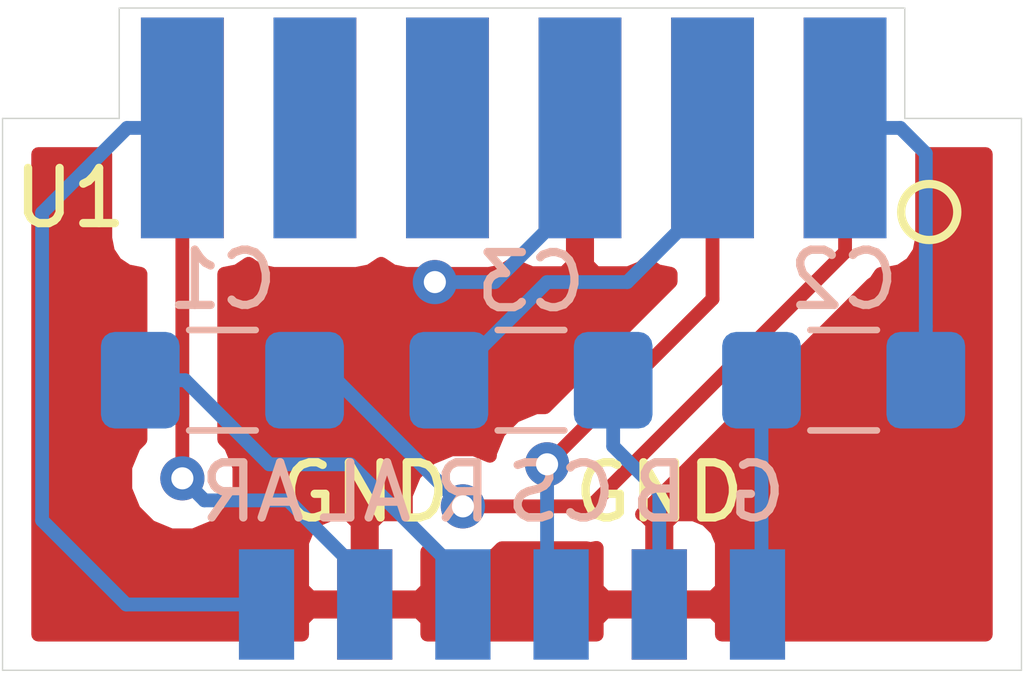
<source format=kicad_pcb>
(kicad_pcb (version 20171130) (host pcbnew "(5.0.2)-1")

  (general
    (thickness 1.6)
    (drawings 8)
    (tracks 44)
    (zones 0)
    (modules 12)
    (nets 15)
  )

  (page A4)
  (layers
    (0 F.Cu signal)
    (31 B.Cu signal)
    (32 B.Adhes user)
    (33 F.Adhes user)
    (34 B.Paste user)
    (35 F.Paste user)
    (36 B.SilkS user)
    (37 F.SilkS user)
    (38 B.Mask user)
    (39 F.Mask user)
    (40 Dwgs.User user)
    (41 Cmts.User user)
    (42 Eco1.User user)
    (43 Eco2.User user)
    (44 Edge.Cuts user)
    (45 Margin user)
    (46 B.CrtYd user)
    (47 F.CrtYd user)
    (48 B.Fab user hide)
    (49 F.Fab user hide)
  )

  (setup
    (last_trace_width 0.25)
    (trace_clearance 0.2)
    (zone_clearance 0.508)
    (zone_45_only no)
    (trace_min 0.2)
    (segment_width 0.2)
    (edge_width 0.0254)
    (via_size 0.8)
    (via_drill 0.4)
    (via_min_size 0.4)
    (via_min_drill 0.3)
    (uvia_size 0.3)
    (uvia_drill 0.1)
    (uvias_allowed no)
    (uvia_min_size 0.2)
    (uvia_min_drill 0.1)
    (pcb_text_width 0.3)
    (pcb_text_size 1.5 1.5)
    (mod_edge_width 0.15)
    (mod_text_size 1 1)
    (mod_text_width 0.15)
    (pad_size 1 2)
    (pad_drill 0)
    (pad_to_mask_clearance 0.051)
    (solder_mask_min_width 0.25)
    (aux_axis_origin 0 0)
    (visible_elements 7FFFFFFF)
    (pcbplotparams
      (layerselection 0x010fc_ffffffff)
      (usegerberextensions false)
      (usegerberattributes false)
      (usegerberadvancedattributes false)
      (creategerberjobfile false)
      (excludeedgelayer true)
      (linewidth 0.100000)
      (plotframeref false)
      (viasonmask false)
      (mode 1)
      (useauxorigin false)
      (hpglpennumber 1)
      (hpglpenspeed 20)
      (hpglpendiameter 15.000000)
      (psnegative false)
      (psa4output false)
      (plotreference true)
      (plotvalue true)
      (plotinvisibletext false)
      (padsonsilk false)
      (subtractmaskfromsilk false)
      (outputformat 1)
      (mirror false)
      (drillshape 1)
      (scaleselection 1)
      (outputdirectory ""))
  )

  (net 0 "")
  (net 1 "Net-(C1-Pad1)")
  (net 2 "Net-(C1-Pad2)")
  (net 3 "Net-(C2-Pad2)")
  (net 4 "Net-(C2-Pad1)")
  (net 5 "Net-(C3-Pad1)")
  (net 6 "Net-(C3-Pad2)")
  (net 7 "Net-(J3-Pad1)")
  (net 8 GND)
  (net 9 "Net-(U1-Pad7)")
  (net 10 "Net-(U1-Pad9)")
  (net 11 "Net-(U1-Pad8)")
  (net 12 "Net-(U1-Pad10)")
  (net 13 "Net-(J7-Pad1)")
  (net 14 "Net-(J8-Pad1)")

  (net_class Default "This is the default net class."
    (clearance 0.2)
    (trace_width 0.25)
    (via_dia 0.8)
    (via_drill 0.4)
    (uvia_dia 0.3)
    (uvia_drill 0.1)
    (add_net GND)
    (add_net "Net-(C1-Pad1)")
    (add_net "Net-(C1-Pad2)")
    (add_net "Net-(C2-Pad1)")
    (add_net "Net-(C2-Pad2)")
    (add_net "Net-(C3-Pad1)")
    (add_net "Net-(C3-Pad2)")
    (add_net "Net-(J3-Pad1)")
    (add_net "Net-(J7-Pad1)")
    (add_net "Net-(J8-Pad1)")
    (add_net "Net-(U1-Pad10)")
    (add_net "Net-(U1-Pad7)")
    (add_net "Net-(U1-Pad8)")
    (add_net "Net-(U1-Pad9)")
  )

  (module multi-out:WIREPAD (layer B.Cu) (tedit 5C9CCF29) (tstamp 5C915761)
    (at 148.336 114.808)
    (path /5C86C06D)
    (fp_text reference R (at 0 -2.032) (layer B.SilkS)
      (effects (font (size 1 1) (thickness 0.15)) (justify mirror))
    )
    (fp_text value R (at 0 2.032) (layer B.Fab)
      (effects (font (size 1 1) (thickness 0.15)) (justify mirror))
    )
    (pad 1 connect rect (at 0 0) (size 1 2) (layers B.Cu B.Mask)
      (net 2 "Net-(C1-Pad2)"))
  )

  (module multi-out:WIREPAD (layer B.Cu) (tedit 5C9CCF58) (tstamp 5C9156A1)
    (at 153.67 114.808)
    (path /5C86C0AB)
    (fp_text reference G (at 0 -2.032) (layer B.SilkS)
      (effects (font (size 1 1) (thickness 0.15)) (justify mirror))
    )
    (fp_text value G (at 0 2.032) (layer B.Fab)
      (effects (font (size 1 1) (thickness 0.15)) (justify mirror))
    )
    (pad 1 connect rect (at 0 0) (size 1 2) (layers B.Cu B.Mask)
      (net 3 "Net-(C2-Pad2)"))
  )

  (module multi-out:WIREPAD (layer B.Cu) (tedit 5C9CCF3B) (tstamp 5C915695)
    (at 150.114 114.808)
    (path /5C8E96B8)
    (fp_text reference CS (at 0 -2.032) (layer B.SilkS)
      (effects (font (size 1 1) (thickness 0.15)) (justify mirror))
    )
    (fp_text value CS (at 0 2.032) (layer B.Fab)
      (effects (font (size 1 1) (thickness 0.15)) (justify mirror))
    )
    (pad 1 connect rect (at 0 0) (size 1 2) (layers B.Cu B.Mask)
      (net 7 "Net-(J3-Pad1)"))
  )

  (module multi-out:WIREPAD (layer B.Cu) (tedit 5C9CCF49) (tstamp 5C9156E9)
    (at 151.892 114.808)
    (path /5C86C0ED)
    (fp_text reference B (at 0 -2.032) (layer B.SilkS)
      (effects (font (size 1 1) (thickness 0.15)) (justify mirror))
    )
    (fp_text value B (at 0 2.032) (layer B.Fab)
      (effects (font (size 1 1) (thickness 0.15)) (justify mirror))
    )
    (pad 1 connect rect (at 0 0) (size 1 2) (layers B.Cu B.Mask)
      (net 6 "Net-(C3-Pad2)"))
  )

  (module multi-out:WIREPAD (layer F.Cu) (tedit 5C9CCD0D) (tstamp 5C915755)
    (at 151.892 114.808)
    (path /5C8E9799)
    (fp_text reference GND (at 0 -2.032) (layer F.SilkS)
      (effects (font (size 1 1) (thickness 0.15)))
    )
    (fp_text value GND (at 0 -2.032) (layer F.Fab)
      (effects (font (size 1 1) (thickness 0.15)))
    )
    (pad 1 connect rect (at 0 0) (size 1 2) (layers F.Cu F.Mask)
      (net 8 GND))
  )

  (module multi-out:WIREPAD (layer F.Cu) (tedit 5C9CCD05) (tstamp 5C9156AD)
    (at 146.558 114.808)
    (path /5C9CCE77)
    (fp_text reference GND (at 0 -2.032) (layer F.SilkS)
      (effects (font (size 1 1) (thickness 0.15)))
    )
    (fp_text value GND (at 0 -2.032) (layer F.Fab)
      (effects (font (size 1 1) (thickness 0.15)))
    )
    (pad 1 connect rect (at 0 0) (size 1 2) (layers F.Cu F.Mask)
      (net 8 GND))
  )

  (module multi-out:WIREPAD (layer B.Cu) (tedit 5C9CCEF8) (tstamp 5C91576D)
    (at 146.558 114.808)
    (path /5C8EA421)
    (fp_text reference AL (at 0 -2.032) (layer B.SilkS)
      (effects (font (size 1 1) (thickness 0.15)) (justify mirror))
    )
    (fp_text value L (at 0 2.032) (layer B.Fab)
      (effects (font (size 1 1) (thickness 0.15)) (justify mirror))
    )
    (pad 1 connect rect (at 0 0) (size 1 2) (layers B.Cu B.Mask)
      (net 13 "Net-(J7-Pad1)"))
  )

  (module multi-out:AVCON (layer F.Cu) (tedit 5C8E9808) (tstamp 5CB3B58C)
    (at 149.16 106.172)
    (path /5C8E9142)
    (fp_text reference U1 (at -7.936 1.27) (layer F.SilkS)
      (effects (font (size 1 1) (thickness 0.15)))
    )
    (fp_text value AV-CONNECTOR (at 0 -3.556) (layer F.Fab)
      (effects (font (size 1 1) (thickness 0.15)))
    )
    (fp_circle (center 7.62 1.524) (end 8.128 1.524) (layer F.SilkS) (width 0.15))
    (pad 1 connect rect (at 6.096 0) (size 1.5 4) (layers F.Cu F.Mask)
      (net 1 "Net-(C1-Pad1)"))
    (pad 3 connect rect (at 3.696 0) (size 1.5 4) (layers F.Cu F.Mask)
      (net 7 "Net-(J3-Pad1)"))
    (pad 5 connect rect (at 1.296 0) (size 1.5 4) (layers F.Cu F.Mask)
      (net 8 GND))
    (pad 7 connect rect (at -1.104 0) (size 1.5 4) (layers F.Cu F.Mask)
      (net 9 "Net-(U1-Pad7)"))
    (pad 9 connect rect (at -3.504 0) (size 1.5 4) (layers F.Cu F.Mask)
      (net 10 "Net-(U1-Pad9)"))
    (pad 11 connect rect (at -5.904 0) (size 1.5 4) (layers F.Cu F.Mask)
      (net 13 "Net-(J7-Pad1)"))
    (pad 2 connect rect (at 6.096 0) (size 1.5 4) (layers B.Cu B.Mask)
      (net 4 "Net-(C2-Pad1)"))
    (pad 4 connect rect (at 3.696 0) (size 1.5 4) (layers B.Cu B.Mask)
      (net 5 "Net-(C3-Pad1)"))
    (pad 6 connect rect (at 1.296 0) (size 1.5 4) (layers B.Cu B.Mask)
      (net 8 GND))
    (pad 8 connect rect (at -1.104 0) (size 1.5 4) (layers B.Cu B.Mask)
      (net 11 "Net-(U1-Pad8)"))
    (pad 10 connect rect (at -3.504 0) (size 1.5 4) (layers B.Cu B.Mask)
      (net 12 "Net-(U1-Pad10)"))
    (pad 12 connect rect (at -5.904 0) (size 1.5 4) (layers B.Cu B.Mask)
      (net 14 "Net-(J8-Pad1)"))
  )

  (module Capacitor_SMD:C_1206_3216Metric_Pad1.42x1.75mm_HandSolder (layer B.Cu) (tedit 5B301BBE) (tstamp 5C915731)
    (at 143.9815 110.744 180)
    (descr "Capacitor SMD 1206 (3216 Metric), square (rectangular) end terminal, IPC_7351 nominal with elongated pad for handsoldering. (Body size source: http://www.tortai-tech.com/upload/download/2011102023233369053.pdf), generated with kicad-footprint-generator")
    (tags "capacitor handsolder")
    (path /5C86BE9D)
    (attr smd)
    (fp_text reference C1 (at 0 1.82 180) (layer B.SilkS)
      (effects (font (size 1 1) (thickness 0.15)) (justify mirror))
    )
    (fp_text value 220uF (at 0 -1.82 180) (layer B.Fab)
      (effects (font (size 1 1) (thickness 0.15)) (justify mirror))
    )
    (fp_line (start -1.6 -0.8) (end -1.6 0.8) (layer B.Fab) (width 0.1))
    (fp_line (start -1.6 0.8) (end 1.6 0.8) (layer B.Fab) (width 0.1))
    (fp_line (start 1.6 0.8) (end 1.6 -0.8) (layer B.Fab) (width 0.1))
    (fp_line (start 1.6 -0.8) (end -1.6 -0.8) (layer B.Fab) (width 0.1))
    (fp_line (start -0.602064 0.91) (end 0.602064 0.91) (layer B.SilkS) (width 0.12))
    (fp_line (start -0.602064 -0.91) (end 0.602064 -0.91) (layer B.SilkS) (width 0.12))
    (fp_line (start -2.45 -1.12) (end -2.45 1.12) (layer B.CrtYd) (width 0.05))
    (fp_line (start -2.45 1.12) (end 2.45 1.12) (layer B.CrtYd) (width 0.05))
    (fp_line (start 2.45 1.12) (end 2.45 -1.12) (layer B.CrtYd) (width 0.05))
    (fp_line (start 2.45 -1.12) (end -2.45 -1.12) (layer B.CrtYd) (width 0.05))
    (fp_text user %R (at 0 0 180) (layer B.Fab)
      (effects (font (size 0.8 0.8) (thickness 0.12)) (justify mirror))
    )
    (pad 1 smd roundrect (at -1.4875 0 180) (size 1.425 1.75) (layers B.Cu B.Paste B.Mask) (roundrect_rratio 0.175439)
      (net 1 "Net-(C1-Pad1)"))
    (pad 2 smd roundrect (at 1.4875 0 180) (size 1.425 1.75) (layers B.Cu B.Paste B.Mask) (roundrect_rratio 0.175439)
      (net 2 "Net-(C1-Pad2)"))
    (model ${KISYS3DMOD}/Capacitor_SMD.3dshapes/C_1206_3216Metric.wrl
      (at (xyz 0 0 0))
      (scale (xyz 1 1 1))
      (rotate (xyz 0 0 0))
    )
  )

  (module Capacitor_SMD:C_1206_3216Metric_Pad1.42x1.75mm_HandSolder (layer B.Cu) (tedit 5B301BBE) (tstamp 5C9CC33A)
    (at 155.2305 110.744 180)
    (descr "Capacitor SMD 1206 (3216 Metric), square (rectangular) end terminal, IPC_7351 nominal with elongated pad for handsoldering. (Body size source: http://www.tortai-tech.com/upload/download/2011102023233369053.pdf), generated with kicad-footprint-generator")
    (tags "capacitor handsolder")
    (path /5C86BEE1)
    (attr smd)
    (fp_text reference C2 (at 0 1.82 180) (layer B.SilkS)
      (effects (font (size 1 1) (thickness 0.15)) (justify mirror))
    )
    (fp_text value 220uF (at 0 -1.82 180) (layer B.Fab)
      (effects (font (size 1 1) (thickness 0.15)) (justify mirror))
    )
    (fp_text user %R (at 0 0 180) (layer B.Fab)
      (effects (font (size 0.8 0.8) (thickness 0.12)) (justify mirror))
    )
    (fp_line (start 2.45 -1.12) (end -2.45 -1.12) (layer B.CrtYd) (width 0.05))
    (fp_line (start 2.45 1.12) (end 2.45 -1.12) (layer B.CrtYd) (width 0.05))
    (fp_line (start -2.45 1.12) (end 2.45 1.12) (layer B.CrtYd) (width 0.05))
    (fp_line (start -2.45 -1.12) (end -2.45 1.12) (layer B.CrtYd) (width 0.05))
    (fp_line (start -0.602064 -0.91) (end 0.602064 -0.91) (layer B.SilkS) (width 0.12))
    (fp_line (start -0.602064 0.91) (end 0.602064 0.91) (layer B.SilkS) (width 0.12))
    (fp_line (start 1.6 -0.8) (end -1.6 -0.8) (layer B.Fab) (width 0.1))
    (fp_line (start 1.6 0.8) (end 1.6 -0.8) (layer B.Fab) (width 0.1))
    (fp_line (start -1.6 0.8) (end 1.6 0.8) (layer B.Fab) (width 0.1))
    (fp_line (start -1.6 -0.8) (end -1.6 0.8) (layer B.Fab) (width 0.1))
    (pad 2 smd roundrect (at 1.4875 0 180) (size 1.425 1.75) (layers B.Cu B.Paste B.Mask) (roundrect_rratio 0.175439)
      (net 3 "Net-(C2-Pad2)"))
    (pad 1 smd roundrect (at -1.4875 0 180) (size 1.425 1.75) (layers B.Cu B.Paste B.Mask) (roundrect_rratio 0.175439)
      (net 4 "Net-(C2-Pad1)"))
    (model ${KISYS3DMOD}/Capacitor_SMD.3dshapes/C_1206_3216Metric.wrl
      (at (xyz 0 0 0))
      (scale (xyz 1 1 1))
      (rotate (xyz 0 0 0))
    )
  )

  (module Capacitor_SMD:C_1206_3216Metric_Pad1.42x1.75mm_HandSolder (layer B.Cu) (tedit 5B301BBE) (tstamp 5C9156C5)
    (at 149.5695 110.744)
    (descr "Capacitor SMD 1206 (3216 Metric), square (rectangular) end terminal, IPC_7351 nominal with elongated pad for handsoldering. (Body size source: http://www.tortai-tech.com/upload/download/2011102023233369053.pdf), generated with kicad-footprint-generator")
    (tags "capacitor handsolder")
    (path /5C86BF1F)
    (attr smd)
    (fp_text reference C3 (at 0 -1.778 180) (layer B.SilkS)
      (effects (font (size 1 1) (thickness 0.15)) (justify mirror))
    )
    (fp_text value 220uF (at 0 -1.82) (layer B.Fab)
      (effects (font (size 1 1) (thickness 0.15)) (justify mirror))
    )
    (fp_text user %R (at 0 0) (layer B.Fab)
      (effects (font (size 0.8 0.8) (thickness 0.12)) (justify mirror))
    )
    (fp_line (start 2.45 -1.12) (end -2.45 -1.12) (layer B.CrtYd) (width 0.05))
    (fp_line (start 2.45 1.12) (end 2.45 -1.12) (layer B.CrtYd) (width 0.05))
    (fp_line (start -2.45 1.12) (end 2.45 1.12) (layer B.CrtYd) (width 0.05))
    (fp_line (start -2.45 -1.12) (end -2.45 1.12) (layer B.CrtYd) (width 0.05))
    (fp_line (start -0.602064 -0.91) (end 0.602064 -0.91) (layer B.SilkS) (width 0.12))
    (fp_line (start -0.602064 0.91) (end 0.602064 0.91) (layer B.SilkS) (width 0.12))
    (fp_line (start 1.6 -0.8) (end -1.6 -0.8) (layer B.Fab) (width 0.1))
    (fp_line (start 1.6 0.8) (end 1.6 -0.8) (layer B.Fab) (width 0.1))
    (fp_line (start -1.6 0.8) (end 1.6 0.8) (layer B.Fab) (width 0.1))
    (fp_line (start -1.6 -0.8) (end -1.6 0.8) (layer B.Fab) (width 0.1))
    (pad 2 smd roundrect (at 1.4875 0) (size 1.425 1.75) (layers B.Cu B.Paste B.Mask) (roundrect_rratio 0.175439)
      (net 6 "Net-(C3-Pad2)"))
    (pad 1 smd roundrect (at -1.4875 0) (size 1.425 1.75) (layers B.Cu B.Paste B.Mask) (roundrect_rratio 0.175439)
      (net 5 "Net-(C3-Pad1)"))
    (model ${KISYS3DMOD}/Capacitor_SMD.3dshapes/C_1206_3216Metric.wrl
      (at (xyz 0 0 0))
      (scale (xyz 1 1 1))
      (rotate (xyz 0 0 0))
    )
  )

  (module multi-out:WIREPAD (layer B.Cu) (tedit 5C9CCEFF) (tstamp 5C9CC076)
    (at 144.78 114.808)
    (path /5C8EA4D0)
    (fp_text reference AR (at -0.254 -2.032) (layer B.SilkS)
      (effects (font (size 1 1) (thickness 0.15)) (justify mirror))
    )
    (fp_text value R (at 0 2.032) (layer B.Fab)
      (effects (font (size 1 1) (thickness 0.15)) (justify mirror))
    )
    (pad 1 connect rect (at 0 0) (size 1 2) (layers B.Cu B.Mask)
      (net 14 "Net-(J8-Pad1)"))
  )

  (gr_line (start 142.113 106) (end 142.113 104) (layer Edge.Cuts) (width 0.0254))
  (gr_line (start 140 106) (end 142.113 106) (layer Edge.Cuts) (width 0.0254))
  (gr_line (start 156.337 106) (end 156.337 104) (layer Edge.Cuts) (width 0.0254))
  (gr_line (start 158.45 106) (end 156.337 106) (layer Edge.Cuts) (width 0.0254))
  (gr_line (start 140 116) (end 140 106) (layer Edge.Cuts) (width 0.0254))
  (gr_line (start 158.45 116) (end 140 116) (layer Edge.Cuts) (width 0.0254))
  (gr_line (start 158.45 106) (end 158.45 116) (layer Edge.Cuts) (width 0.0254))
  (gr_line (start 142.113 104) (end 156.337 104) (layer Edge.Cuts) (width 0.0254))

  (via (at 148.336 113.03) (size 0.8) (drill 0.4) (layers F.Cu B.Cu) (net 1))
  (segment (start 150.648 113.03) (end 148.336 113.03) (width 0.25) (layer F.Cu) (net 1))
  (segment (start 155.256 106.172) (end 155.256 108.422) (width 0.25) (layer F.Cu) (net 1))
  (segment (start 155.256 108.422) (end 150.648 113.03) (width 0.25) (layer F.Cu) (net 1))
  (segment (start 146.05 110.744) (end 145.469 110.744) (width 0.25) (layer B.Cu) (net 1))
  (segment (start 148.336 113.03) (end 146.05 110.744) (width 0.25) (layer B.Cu) (net 1))
  (segment (start 143.3065 110.744) (end 144.8305 112.268) (width 0.25) (layer B.Cu) (net 2))
  (segment (start 142.494 110.744) (end 143.3065 110.744) (width 0.25) (layer B.Cu) (net 2))
  (segment (start 148.336 114.308) (end 148.336 114.808) (width 0.25) (layer B.Cu) (net 2))
  (segment (start 146.296 112.268) (end 148.336 114.308) (width 0.25) (layer B.Cu) (net 2))
  (segment (start 144.8305 112.268) (end 146.296 112.268) (width 0.25) (layer B.Cu) (net 2))
  (segment (start 153.743 114.735) (end 153.67 114.808) (width 0.25) (layer B.Cu) (net 3))
  (segment (start 153.743 110.744) (end 153.743 114.735) (width 0.25) (layer B.Cu) (net 3))
  (segment (start 156.718 109.769) (end 156.718 110.744) (width 0.25) (layer B.Cu) (net 4))
  (segment (start 156.718 106.634) (end 156.718 109.769) (width 0.25) (layer B.Cu) (net 4))
  (segment (start 156.256 106.172) (end 156.718 106.634) (width 0.25) (layer B.Cu) (net 4))
  (segment (start 155.256 106.172) (end 156.256 106.172) (width 0.25) (layer B.Cu) (net 4))
  (segment (start 152.856 107.422) (end 151.312 108.966) (width 0.25) (layer B.Cu) (net 5))
  (segment (start 152.856 106.172) (end 152.856 107.422) (width 0.25) (layer B.Cu) (net 5))
  (segment (start 151.312 108.966) (end 149.86 108.966) (width 0.25) (layer B.Cu) (net 5))
  (segment (start 149.86 108.966) (end 148.082 110.744) (width 0.25) (layer B.Cu) (net 5))
  (segment (start 151.057 110.744) (end 151.057 111.941) (width 0.25) (layer B.Cu) (net 6))
  (segment (start 151.057 111.941) (end 151.892 112.776) (width 0.25) (layer B.Cu) (net 6))
  (segment (start 151.892 112.776) (end 151.892 114.808) (width 0.25) (layer B.Cu) (net 6))
  (via (at 149.86 112.268) (size 0.8) (drill 0.4) (layers F.Cu B.Cu) (net 7))
  (segment (start 152.856 106.172) (end 152.856 109.272) (width 0.25) (layer F.Cu) (net 7))
  (segment (start 152.856 109.272) (end 149.86 112.268) (width 0.25) (layer F.Cu) (net 7))
  (segment (start 149.86 114.554) (end 150.114 114.808) (width 0.25) (layer B.Cu) (net 7))
  (segment (start 149.86 112.268) (end 149.86 114.554) (width 0.25) (layer B.Cu) (net 7))
  (via (at 147.828 108.966) (size 0.8) (drill 0.4) (layers F.Cu B.Cu) (net 8))
  (segment (start 148.912 108.966) (end 147.828 108.966) (width 0.25) (layer B.Cu) (net 8))
  (segment (start 150.456 106.172) (end 150.456 107.422) (width 0.25) (layer B.Cu) (net 8))
  (segment (start 150.456 107.422) (end 148.912 108.966) (width 0.25) (layer B.Cu) (net 8))
  (via (at 143.256 112.522) (size 0.8) (drill 0.4) (layers F.Cu B.Cu) (net 13))
  (segment (start 143.256 106.172) (end 143.256 112.522) (width 0.25) (layer F.Cu) (net 13))
  (segment (start 146.558 114.308) (end 146.558 114.808) (width 0.25) (layer B.Cu) (net 13))
  (segment (start 145.171999 112.921999) (end 146.558 114.308) (width 0.25) (layer B.Cu) (net 13))
  (segment (start 143.655999 112.921999) (end 145.171999 112.921999) (width 0.25) (layer B.Cu) (net 13))
  (segment (start 143.256 112.522) (end 143.655999 112.921999) (width 0.25) (layer B.Cu) (net 13))
  (segment (start 142.256 106.172) (end 140.716 107.712) (width 0.25) (layer B.Cu) (net 14))
  (segment (start 143.256 106.172) (end 142.256 106.172) (width 0.25) (layer B.Cu) (net 14))
  (segment (start 140.716 107.712) (end 140.716 113.284) (width 0.25) (layer B.Cu) (net 14))
  (segment (start 142.24 114.808) (end 144.78 114.808) (width 0.25) (layer B.Cu) (net 14))
  (segment (start 140.716 113.284) (end 142.24 114.808) (width 0.25) (layer B.Cu) (net 14))

  (zone (net 8) (net_name GND) (layer F.Cu) (tstamp 5C9CD7AA) (hatch edge 0.508)
    (connect_pads (clearance 0.508))
    (min_thickness 0.254)
    (fill yes (arc_segments 16) (thermal_gap 0.508) (thermal_bridge_width 0.508))
    (polygon
      (pts
        (xy 139.954 104.0765) (xy 158.496 103.85425) (xy 158.496 115.85575) (xy 139.954 116.078)
      )
    )
    (filled_polygon
      (pts
        (xy 150.583 106.045) (xy 150.603 106.045) (xy 150.603 106.299) (xy 150.583 106.299) (xy 150.583 108.64825)
        (xy 150.74175 108.807) (xy 151.332309 108.807) (xy 151.565698 108.710327) (xy 151.6474 108.628625) (xy 151.648191 108.629809)
        (xy 151.858235 108.770157) (xy 152.096001 108.817451) (xy 152.096001 108.957197) (xy 149.820199 111.233) (xy 149.654126 111.233)
        (xy 149.27372 111.390569) (xy 148.982569 111.68172) (xy 148.825 112.062126) (xy 148.825 112.112274) (xy 148.541874 111.995)
        (xy 148.130126 111.995) (xy 147.74972 112.152569) (xy 147.458569 112.44372) (xy 147.301 112.824126) (xy 147.301 113.221335)
        (xy 147.184309 113.173) (xy 146.84375 113.173) (xy 146.685 113.33175) (xy 146.685 114.681) (xy 147.53425 114.681)
        (xy 147.693 114.52225) (xy 147.693 113.850711) (xy 147.74972 113.907431) (xy 148.130126 114.065) (xy 148.541874 114.065)
        (xy 148.92228 113.907431) (xy 149.039711 113.79) (xy 150.573153 113.79) (xy 150.648 113.804888) (xy 150.722847 113.79)
        (xy 150.722852 113.79) (xy 150.757 113.783208) (xy 150.757 114.52225) (xy 150.91575 114.681) (xy 151.765 114.681)
        (xy 151.765 113.33175) (xy 152.019 113.33175) (xy 152.019 114.681) (xy 152.86825 114.681) (xy 153.027 114.52225)
        (xy 153.027 113.68169) (xy 152.930327 113.448301) (xy 152.751698 113.269673) (xy 152.518309 113.173) (xy 152.17775 113.173)
        (xy 152.019 113.33175) (xy 151.765 113.33175) (xy 151.60625 113.173) (xy 151.579801 113.173) (xy 155.740473 109.012329)
        (xy 155.803929 108.969929) (xy 155.904483 108.81944) (xy 156.006 108.81944) (xy 156.253765 108.770157) (xy 156.463809 108.629809)
        (xy 156.604157 108.419765) (xy 156.65344 108.172) (xy 156.65344 106.6477) (xy 157.8023 106.6477) (xy 157.802301 115.3523)
        (xy 153.027 115.3523) (xy 153.027 115.09375) (xy 152.86825 114.935) (xy 152.019 114.935) (xy 152.019 114.955)
        (xy 151.765 114.955) (xy 151.765 114.935) (xy 150.91575 114.935) (xy 150.757 115.09375) (xy 150.757 115.3523)
        (xy 147.693 115.3523) (xy 147.693 115.09375) (xy 147.53425 114.935) (xy 146.685 114.935) (xy 146.685 114.955)
        (xy 146.431 114.955) (xy 146.431 114.935) (xy 145.58175 114.935) (xy 145.423 115.09375) (xy 145.423 115.3523)
        (xy 140.6477 115.3523) (xy 140.6477 113.68169) (xy 145.423 113.68169) (xy 145.423 114.52225) (xy 145.58175 114.681)
        (xy 146.431 114.681) (xy 146.431 113.33175) (xy 146.27225 113.173) (xy 145.931691 113.173) (xy 145.698302 113.269673)
        (xy 145.519673 113.448301) (xy 145.423 113.68169) (xy 140.6477 113.68169) (xy 140.6477 106.6477) (xy 141.85856 106.6477)
        (xy 141.85856 108.172) (xy 141.907843 108.419765) (xy 142.048191 108.629809) (xy 142.258235 108.770157) (xy 142.496 108.817451)
        (xy 142.496001 111.818288) (xy 142.378569 111.93572) (xy 142.221 112.316126) (xy 142.221 112.727874) (xy 142.378569 113.10828)
        (xy 142.66972 113.399431) (xy 143.050126 113.557) (xy 143.461874 113.557) (xy 143.84228 113.399431) (xy 144.133431 113.10828)
        (xy 144.291 112.727874) (xy 144.291 112.316126) (xy 144.133431 111.93572) (xy 144.016 111.818289) (xy 144.016 108.817451)
        (xy 144.253765 108.770157) (xy 144.456 108.635027) (xy 144.658235 108.770157) (xy 144.906 108.81944) (xy 146.406 108.81944)
        (xy 146.653765 108.770157) (xy 146.856 108.635027) (xy 147.058235 108.770157) (xy 147.306 108.81944) (xy 148.806 108.81944)
        (xy 149.053765 108.770157) (xy 149.263809 108.629809) (xy 149.2646 108.628625) (xy 149.346302 108.710327) (xy 149.579691 108.807)
        (xy 150.17025 108.807) (xy 150.329 108.64825) (xy 150.329 106.299) (xy 150.309 106.299) (xy 150.309 106.045)
        (xy 150.329 106.045) (xy 150.329 106.025) (xy 150.583 106.025)
      )
    )
  )
)

</source>
